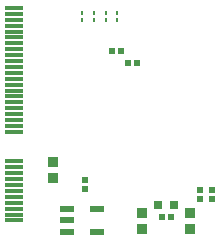
<source format=gbp>
G04*
G04 #@! TF.GenerationSoftware,Altium Limited,Altium Designer,22.7.1 (60)*
G04*
G04 Layer_Color=128*
%FSLAX44Y44*%
%MOMM*%
G71*
G04*
G04 #@! TF.SameCoordinates,2F50B947-C67E-4D0A-9455-C6AB2E86B346*
G04*
G04*
G04 #@! TF.FilePolarity,Positive*
G04*
G01*
G75*
%ADD20R,0.2500X0.3500*%
%ADD22R,0.5200X0.5600*%
%ADD23R,0.5800X0.5400*%
%ADD27R,0.5600X0.5200*%
%ADD29R,1.5000X0.3500*%
%ADD75R,0.6500X0.7000*%
%ADD76R,1.1500X0.6000*%
%ADD77R,0.9000X0.8500*%
D20*
X90000Y235500D02*
D03*
Y230000D02*
D03*
X100000Y235500D02*
D03*
Y230000D02*
D03*
X80000Y235500D02*
D03*
Y230000D02*
D03*
X70000D02*
D03*
Y235500D02*
D03*
D22*
X179832Y85688D02*
D03*
Y77888D02*
D03*
X72390Y86370D02*
D03*
Y93970D02*
D03*
X169672Y85942D02*
D03*
Y78142D02*
D03*
D23*
X102960Y203200D02*
D03*
X95160D02*
D03*
D27*
X116576Y193040D02*
D03*
X108976D02*
D03*
X145124Y62738D02*
D03*
X137324D02*
D03*
D29*
X12500Y240000D02*
D03*
Y235000D02*
D03*
Y230000D02*
D03*
Y225000D02*
D03*
Y220000D02*
D03*
Y215000D02*
D03*
Y210000D02*
D03*
Y205000D02*
D03*
Y200000D02*
D03*
Y195000D02*
D03*
Y190000D02*
D03*
Y185000D02*
D03*
Y180000D02*
D03*
Y175000D02*
D03*
Y170000D02*
D03*
Y165000D02*
D03*
Y160000D02*
D03*
Y155000D02*
D03*
Y150000D02*
D03*
Y145000D02*
D03*
Y140000D02*
D03*
Y135000D02*
D03*
Y110000D02*
D03*
Y105000D02*
D03*
Y100000D02*
D03*
Y95000D02*
D03*
Y90000D02*
D03*
Y85000D02*
D03*
Y80000D02*
D03*
Y75000D02*
D03*
Y70000D02*
D03*
Y65000D02*
D03*
Y60000D02*
D03*
D75*
X148228Y72898D02*
D03*
X134728D02*
D03*
D76*
X82500Y50500D02*
D03*
X57500D02*
D03*
Y60000D02*
D03*
Y69500D02*
D03*
X82500D02*
D03*
D77*
X120650Y53190D02*
D03*
Y66190D02*
D03*
X45466Y96116D02*
D03*
Y109116D02*
D03*
X161290Y66190D02*
D03*
Y53190D02*
D03*
M02*

</source>
